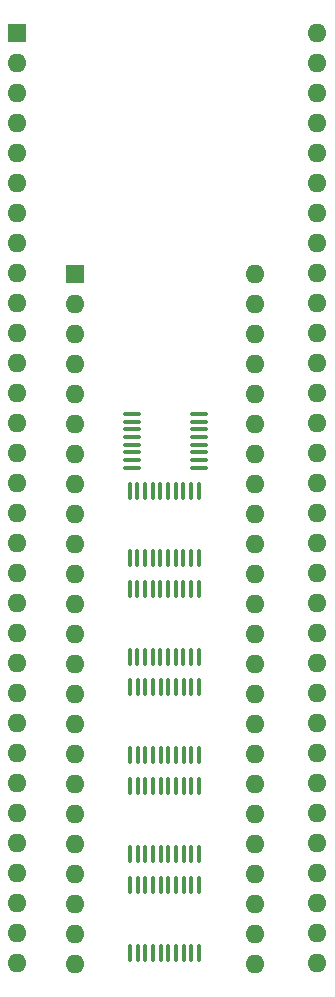
<source format=gbr>
G04 #@! TF.GenerationSoftware,KiCad,Pcbnew,7.0.5*
G04 #@! TF.CreationDate,2023-06-23T21:15:38-07:00*
G04 #@! TF.ProjectId,MCL68,4d434c36-382e-46b6-9963-61645f706362,rev?*
G04 #@! TF.SameCoordinates,Original*
G04 #@! TF.FileFunction,Soldermask,Top*
G04 #@! TF.FilePolarity,Negative*
%FSLAX46Y46*%
G04 Gerber Fmt 4.6, Leading zero omitted, Abs format (unit mm)*
G04 Created by KiCad (PCBNEW 7.0.5) date 2023-06-23 21:15:38*
%MOMM*%
%LPD*%
G01*
G04 APERTURE LIST*
G04 Aperture macros list*
%AMRoundRect*
0 Rectangle with rounded corners*
0 $1 Rounding radius*
0 $2 $3 $4 $5 $6 $7 $8 $9 X,Y pos of 4 corners*
0 Add a 4 corners polygon primitive as box body*
4,1,4,$2,$3,$4,$5,$6,$7,$8,$9,$2,$3,0*
0 Add four circle primitives for the rounded corners*
1,1,$1+$1,$2,$3*
1,1,$1+$1,$4,$5*
1,1,$1+$1,$6,$7*
1,1,$1+$1,$8,$9*
0 Add four rect primitives between the rounded corners*
20,1,$1+$1,$2,$3,$4,$5,0*
20,1,$1+$1,$4,$5,$6,$7,0*
20,1,$1+$1,$6,$7,$8,$9,0*
20,1,$1+$1,$8,$9,$2,$3,0*%
G04 Aperture macros list end*
%ADD10RoundRect,0.100000X-0.100000X0.637500X-0.100000X-0.637500X0.100000X-0.637500X0.100000X0.637500X0*%
%ADD11RoundRect,0.100000X-0.637500X-0.100000X0.637500X-0.100000X0.637500X0.100000X-0.637500X0.100000X0*%
%ADD12R,1.600000X1.600000*%
%ADD13O,1.600000X1.600000*%
G04 APERTURE END LIST*
D10*
X154512200Y-119159100D03*
X153862200Y-119159100D03*
X153212200Y-119159100D03*
X152562200Y-119159100D03*
X151912200Y-119159100D03*
X151262200Y-119159100D03*
X150612200Y-119159100D03*
X149962200Y-119159100D03*
X149312200Y-119159100D03*
X148662200Y-119159100D03*
X148662200Y-124884100D03*
X149312200Y-124884100D03*
X149962200Y-124884100D03*
X150612200Y-124884100D03*
X151262200Y-124884100D03*
X151912200Y-124884100D03*
X152562200Y-124884100D03*
X153212200Y-124884100D03*
X153862200Y-124884100D03*
X154512200Y-124884100D03*
D11*
X148826300Y-87666400D03*
X148826300Y-88316400D03*
X148826300Y-88966400D03*
X148826300Y-89616400D03*
X148826300Y-90266400D03*
X148826300Y-90916400D03*
X148826300Y-91566400D03*
X148826300Y-92216400D03*
X154551300Y-92216400D03*
X154551300Y-91566400D03*
X154551300Y-90916400D03*
X154551300Y-90266400D03*
X154551300Y-89616400D03*
X154551300Y-88966400D03*
X154551300Y-88316400D03*
X154551300Y-87666400D03*
D12*
X144043400Y-75793600D03*
D13*
X144043400Y-78333600D03*
X144043400Y-80873600D03*
X144043400Y-83413600D03*
X144043400Y-85953600D03*
X144043400Y-88493600D03*
X144043400Y-91033600D03*
X144043400Y-93573600D03*
X144043400Y-96113600D03*
X144043400Y-98653600D03*
X144043400Y-101193600D03*
X144043400Y-103733600D03*
X144043400Y-106273600D03*
X144043400Y-108813600D03*
X144043400Y-111353600D03*
X144043400Y-113893600D03*
X144043400Y-116433600D03*
X144043400Y-118973600D03*
X144043400Y-121513600D03*
X144043400Y-124053600D03*
X144043400Y-126593600D03*
X144043400Y-129133600D03*
X144043400Y-131673600D03*
X144043400Y-134213600D03*
X159283400Y-134213600D03*
X159283400Y-131673600D03*
X159283400Y-129133600D03*
X159283400Y-126593600D03*
X159283400Y-124053600D03*
X159283400Y-121513600D03*
X159283400Y-118973600D03*
X159283400Y-116433600D03*
X159283400Y-113893600D03*
X159283400Y-111353600D03*
X159283400Y-108813600D03*
X159283400Y-106273600D03*
X159283400Y-103733600D03*
X159283400Y-101193600D03*
X159283400Y-98653600D03*
X159283400Y-96113600D03*
X159283400Y-93573600D03*
X159283400Y-91033600D03*
X159283400Y-88493600D03*
X159283400Y-85953600D03*
X159283400Y-83413600D03*
X159283400Y-80873600D03*
X159283400Y-78333600D03*
X159283400Y-75793600D03*
D10*
X154501200Y-94173200D03*
X153851200Y-94173200D03*
X153201200Y-94173200D03*
X152551200Y-94173200D03*
X151901200Y-94173200D03*
X151251200Y-94173200D03*
X150601200Y-94173200D03*
X149951200Y-94173200D03*
X149301200Y-94173200D03*
X148651200Y-94173200D03*
X148651200Y-99898200D03*
X149301200Y-99898200D03*
X149951200Y-99898200D03*
X150601200Y-99898200D03*
X151251200Y-99898200D03*
X151901200Y-99898200D03*
X152551200Y-99898200D03*
X153201200Y-99898200D03*
X153851200Y-99898200D03*
X154501200Y-99898200D03*
D12*
X139141200Y-55397400D03*
D13*
X139141200Y-57937400D03*
X139141200Y-60477400D03*
X139141200Y-63017400D03*
X139141200Y-65557400D03*
X139141200Y-68097400D03*
X139141200Y-70637400D03*
X139141200Y-73177400D03*
X139141200Y-75717400D03*
X139141200Y-78257400D03*
X139141200Y-80797400D03*
X139141200Y-83337400D03*
X139141200Y-85877400D03*
X139141200Y-88417400D03*
X139141200Y-90957400D03*
X139141200Y-93497400D03*
X139141200Y-96037400D03*
X139141200Y-98577400D03*
X139141200Y-101117400D03*
X139141200Y-103657400D03*
X139141200Y-106197400D03*
X139141200Y-108737400D03*
X139141200Y-111277400D03*
X139141200Y-113817400D03*
X139141200Y-116357400D03*
X139141200Y-118897400D03*
X139141200Y-121437400D03*
X139141200Y-123977400D03*
X139141200Y-126517400D03*
X139141200Y-129057400D03*
X139141200Y-131597400D03*
X139141200Y-134137400D03*
X164541200Y-134137400D03*
X164541200Y-131597400D03*
X164541200Y-129057400D03*
X164541200Y-126517400D03*
X164541200Y-123977400D03*
X164541200Y-121437400D03*
X164541200Y-118897400D03*
X164541200Y-116357400D03*
X164541200Y-113817400D03*
X164541200Y-111277400D03*
X164541200Y-108737400D03*
X164541200Y-106197400D03*
X164541200Y-103657400D03*
X164541200Y-101117400D03*
X164541200Y-98577400D03*
X164541200Y-96037400D03*
X164541200Y-93497400D03*
X164541200Y-90957400D03*
X164541200Y-88417400D03*
X164541200Y-85877400D03*
X164541200Y-83337400D03*
X164541200Y-80797400D03*
X164541200Y-78257400D03*
X164541200Y-75717400D03*
X164541200Y-73177400D03*
X164541200Y-70637400D03*
X164541200Y-68097400D03*
X164541200Y-65557400D03*
X164541200Y-63017400D03*
X164541200Y-60477400D03*
X164541200Y-57937400D03*
X164541200Y-55397400D03*
D10*
X154512200Y-127541100D03*
X153862200Y-127541100D03*
X153212200Y-127541100D03*
X152562200Y-127541100D03*
X151912200Y-127541100D03*
X151262200Y-127541100D03*
X150612200Y-127541100D03*
X149962200Y-127541100D03*
X149312200Y-127541100D03*
X148662200Y-127541100D03*
X148662200Y-133266100D03*
X149312200Y-133266100D03*
X149962200Y-133266100D03*
X150612200Y-133266100D03*
X151262200Y-133266100D03*
X151912200Y-133266100D03*
X152562200Y-133266100D03*
X153212200Y-133266100D03*
X153862200Y-133266100D03*
X154512200Y-133266100D03*
X154516200Y-110810200D03*
X153866200Y-110810200D03*
X153216200Y-110810200D03*
X152566200Y-110810200D03*
X151916200Y-110810200D03*
X151266200Y-110810200D03*
X150616200Y-110810200D03*
X149966200Y-110810200D03*
X149316200Y-110810200D03*
X148666200Y-110810200D03*
X148666200Y-116535200D03*
X149316200Y-116535200D03*
X149966200Y-116535200D03*
X150616200Y-116535200D03*
X151266200Y-116535200D03*
X151916200Y-116535200D03*
X152566200Y-116535200D03*
X153216200Y-116535200D03*
X153866200Y-116535200D03*
X154516200Y-116535200D03*
X154501200Y-102479000D03*
X153851200Y-102479000D03*
X153201200Y-102479000D03*
X152551200Y-102479000D03*
X151901200Y-102479000D03*
X151251200Y-102479000D03*
X150601200Y-102479000D03*
X149951200Y-102479000D03*
X149301200Y-102479000D03*
X148651200Y-102479000D03*
X148651200Y-108204000D03*
X149301200Y-108204000D03*
X149951200Y-108204000D03*
X150601200Y-108204000D03*
X151251200Y-108204000D03*
X151901200Y-108204000D03*
X152551200Y-108204000D03*
X153201200Y-108204000D03*
X153851200Y-108204000D03*
X154501200Y-108204000D03*
M02*

</source>
